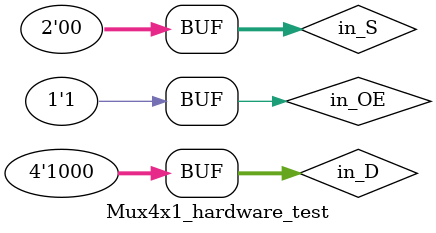
<source format=sv>
`timescale 1ns / 1ps


module Mux4x1_hardware_test(
    );
    
    reg [3:0] in_D;
    reg [1:0] in_S;
    reg in_OE;
    wire logic out_Y;
   
    Mux4x1_hardware mux4x1(
        .D(in_D),
        .S(in_S), 
        .Y(out_Y),
        .OE(in_OE)
        );

    initial begin
    /*
        in_OE = 1'b1;

        in_D = 4'b0001;
        in_S = 2'b00;
        #100;
     
        in_D = 4'b0010;     
        in_S = 2'b01;
        #100;
        
        in_D = 4'b0100;        
        in_S = 2'b10;
        #100;
        
        in_D = 4'b1000;        
        in_S = 2'b11;
        #100;
        */
        in_OE = 1'b1;
        in_D=4'b0001; in_S=0;
        for (integer i=0 ; i<4; i++) begin
            #10 in_S++;
        end

        //#5 $display("Bit 1 activado");
        in_D=4'b0010; in_S=0;
         for (integer i=0 ; i<4; i++) begin
            #10 in_S++;
        end


        //#5 $display("Bit 2 activado");
        in_D=4'b0100; in_S=0;
        for (integer i=0 ; i<4; i++) begin
            #10 in_S++;
        end


        //#5 $display("Bit 3 activado");
        in_D=4'b1000; in_S=0;
        for (integer i=0 ; i<4; i++) begin
            #10 in_S++;
        end
      
    end
    
    
endmodule

</source>
